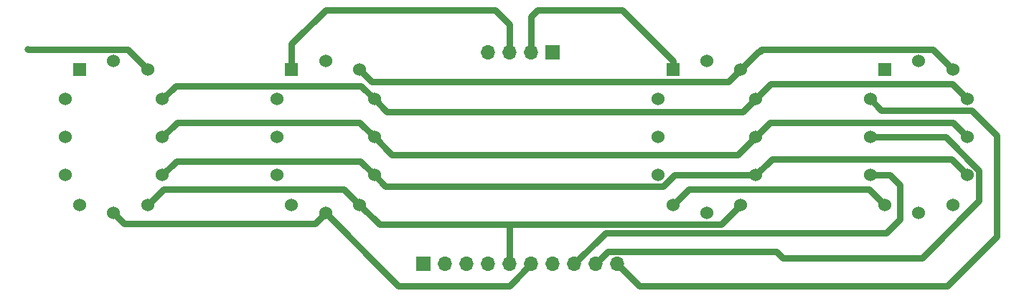
<source format=gbl>
G04 #@! TF.GenerationSoftware,KiCad,Pcbnew,(6.0.9)*
G04 #@! TF.CreationDate,2022-12-15T14:30:08+09:00*
G04 #@! TF.ProjectId,nixieupperside,6e697869-6575-4707-9065-72736964652e,rev?*
G04 #@! TF.SameCoordinates,Original*
G04 #@! TF.FileFunction,Copper,L2,Bot*
G04 #@! TF.FilePolarity,Positive*
%FSLAX46Y46*%
G04 Gerber Fmt 4.6, Leading zero omitted, Abs format (unit mm)*
G04 Created by KiCad (PCBNEW (6.0.9)) date 2022-12-15 14:30:08*
%MOMM*%
%LPD*%
G01*
G04 APERTURE LIST*
G04 #@! TA.AperFunction,ComponentPad*
%ADD10R,1.524000X1.524000*%
G04 #@! TD*
G04 #@! TA.AperFunction,ComponentPad*
%ADD11C,1.524000*%
G04 #@! TD*
G04 #@! TA.AperFunction,ComponentPad*
%ADD12R,1.700000X1.700000*%
G04 #@! TD*
G04 #@! TA.AperFunction,ComponentPad*
%ADD13O,1.700000X1.700000*%
G04 #@! TD*
G04 #@! TA.AperFunction,ViaPad*
%ADD14C,0.800000*%
G04 #@! TD*
G04 #@! TA.AperFunction,Conductor*
%ADD15C,0.762000*%
G04 #@! TD*
G04 APERTURE END LIST*
D10*
X86000000Y-27000000D03*
X86000000Y-27000000D03*
X86000000Y-27000000D03*
X86000000Y-27000000D03*
X86000000Y-27000000D03*
X86000000Y-27000000D03*
X86000000Y-27000000D03*
X86000000Y-27000000D03*
D11*
X84250000Y-30500000D03*
X84250000Y-30500000D03*
X84250000Y-30500000D03*
X84250000Y-30500000D03*
X84250000Y-35000000D03*
X84250000Y-35000000D03*
X84250000Y-35000000D03*
X84250000Y-35000000D03*
X84250000Y-39500000D03*
X84250000Y-39500000D03*
X84250000Y-39500000D03*
X84250000Y-39500000D03*
X86000000Y-43000000D03*
X86000000Y-43000000D03*
X86000000Y-43000000D03*
X86000000Y-43000000D03*
X90000000Y-44000000D03*
X90000000Y-44000000D03*
X90000000Y-44000000D03*
X90000000Y-44000000D03*
X94000000Y-43000000D03*
X94000000Y-43000000D03*
X94000000Y-43000000D03*
X94000000Y-43000000D03*
X95750000Y-39500000D03*
X95750000Y-39500000D03*
X95750000Y-39500000D03*
X95750000Y-39500000D03*
X95750000Y-35000000D03*
X95750000Y-35000000D03*
X95750000Y-35000000D03*
X95750000Y-35000000D03*
X95750000Y-30500000D03*
X95750000Y-30500000D03*
X95750000Y-30500000D03*
X95750000Y-30500000D03*
X94000000Y-27000000D03*
X94000000Y-27000000D03*
X94000000Y-27000000D03*
X94000000Y-27000000D03*
X90000000Y-26000000D03*
X90000000Y-26000000D03*
X90000000Y-26000000D03*
X90000000Y-26000000D03*
D10*
X156000000Y-27000000D03*
X156000000Y-27000000D03*
X156000000Y-27000000D03*
X156000000Y-27000000D03*
X156000000Y-27000000D03*
X156000000Y-27000000D03*
X156000000Y-27000000D03*
X156000000Y-27000000D03*
D11*
X154250000Y-30500000D03*
X154250000Y-30500000D03*
X154250000Y-30500000D03*
X154250000Y-30500000D03*
X154250000Y-35000000D03*
X154250000Y-35000000D03*
X154250000Y-35000000D03*
X154250000Y-35000000D03*
X154250000Y-39500000D03*
X154250000Y-39500000D03*
X154250000Y-39500000D03*
X154250000Y-39500000D03*
X156000000Y-43000000D03*
X156000000Y-43000000D03*
X156000000Y-43000000D03*
X156000000Y-43000000D03*
X160000000Y-44000000D03*
X160000000Y-44000000D03*
X160000000Y-44000000D03*
X160000000Y-44000000D03*
X164000000Y-43000000D03*
X164000000Y-43000000D03*
X164000000Y-43000000D03*
X164000000Y-43000000D03*
X165750000Y-39500000D03*
X165750000Y-39500000D03*
X165750000Y-39500000D03*
X165750000Y-39500000D03*
X165750000Y-35000000D03*
X165750000Y-35000000D03*
X165750000Y-35000000D03*
X165750000Y-35000000D03*
X165750000Y-30500000D03*
X165750000Y-30500000D03*
X165750000Y-30500000D03*
X165750000Y-30500000D03*
X164000000Y-27000000D03*
X164000000Y-27000000D03*
X164000000Y-27000000D03*
X164000000Y-27000000D03*
X160000000Y-26000000D03*
X160000000Y-26000000D03*
X160000000Y-26000000D03*
X160000000Y-26000000D03*
D10*
X61000000Y-27000000D03*
X61000000Y-27000000D03*
X61000000Y-27000000D03*
X61000000Y-27000000D03*
X61000000Y-27000000D03*
X61000000Y-27000000D03*
X61000000Y-27000000D03*
X61000000Y-27000000D03*
D11*
X59250000Y-30500000D03*
X59250000Y-30500000D03*
X59250000Y-30500000D03*
X59250000Y-30500000D03*
X59250000Y-35000000D03*
X59250000Y-35000000D03*
X59250000Y-35000000D03*
X59250000Y-35000000D03*
X59250000Y-39500000D03*
X59250000Y-39500000D03*
X59250000Y-39500000D03*
X59250000Y-39500000D03*
X61000000Y-43000000D03*
X61000000Y-43000000D03*
X61000000Y-43000000D03*
X61000000Y-43000000D03*
X65000000Y-44000000D03*
X65000000Y-44000000D03*
X65000000Y-44000000D03*
X65000000Y-44000000D03*
X69000000Y-43000000D03*
X69000000Y-43000000D03*
X69000000Y-43000000D03*
X69000000Y-43000000D03*
X70750000Y-39500000D03*
X70750000Y-39500000D03*
X70750000Y-39500000D03*
X70750000Y-39500000D03*
X70750000Y-35000000D03*
X70750000Y-35000000D03*
X70750000Y-35000000D03*
X70750000Y-35000000D03*
X70750000Y-30500000D03*
X70750000Y-30500000D03*
X70750000Y-30500000D03*
X70750000Y-30500000D03*
X69000000Y-27000000D03*
X69000000Y-27000000D03*
X69000000Y-27000000D03*
X69000000Y-27000000D03*
X65000000Y-26000000D03*
X65000000Y-26000000D03*
X65000000Y-26000000D03*
X65000000Y-26000000D03*
D12*
X116800000Y-25000000D03*
D13*
X114260000Y-25000000D03*
X111720000Y-25000000D03*
X109180000Y-25000000D03*
D12*
X101575000Y-50000000D03*
D13*
X104115000Y-50000000D03*
X106655000Y-50000000D03*
X109195000Y-50000000D03*
X111735000Y-50000000D03*
X114275000Y-50000000D03*
X116815000Y-50000000D03*
X119355000Y-50000000D03*
X121895000Y-50000000D03*
X124435000Y-50000000D03*
D10*
X131000000Y-27000000D03*
X131000000Y-27000000D03*
X131000000Y-27000000D03*
X131000000Y-27000000D03*
X131000000Y-27000000D03*
X131000000Y-27000000D03*
X131000000Y-27000000D03*
X131000000Y-27000000D03*
D11*
X129250000Y-30500000D03*
X129250000Y-30500000D03*
X129250000Y-30500000D03*
X129250000Y-30500000D03*
X129250000Y-35000000D03*
X129250000Y-35000000D03*
X129250000Y-35000000D03*
X129250000Y-35000000D03*
X129250000Y-39500000D03*
X129250000Y-39500000D03*
X129250000Y-39500000D03*
X129250000Y-39500000D03*
X131000000Y-43000000D03*
X131000000Y-43000000D03*
X131000000Y-43000000D03*
X131000000Y-43000000D03*
X135000000Y-44000000D03*
X135000000Y-44000000D03*
X135000000Y-44000000D03*
X135000000Y-44000000D03*
X139000000Y-43000000D03*
X139000000Y-43000000D03*
X139000000Y-43000000D03*
X139000000Y-43000000D03*
X140750000Y-39500000D03*
X140750000Y-39500000D03*
X140750000Y-39500000D03*
X140750000Y-39500000D03*
X140750000Y-35000000D03*
X140750000Y-35000000D03*
X140750000Y-35000000D03*
X140750000Y-35000000D03*
X140750000Y-30500000D03*
X140750000Y-30500000D03*
X140750000Y-30500000D03*
X140750000Y-30500000D03*
X139000000Y-27000000D03*
X139000000Y-27000000D03*
X139000000Y-27000000D03*
X139000000Y-27000000D03*
X135000000Y-26000000D03*
X135000000Y-26000000D03*
X135000000Y-26000000D03*
X135000000Y-26000000D03*
D14*
X54864000Y-24638000D03*
D15*
X131000000Y-26000000D02*
X131000000Y-27000000D01*
X125000000Y-20000000D02*
X131000000Y-26000000D01*
X114260000Y-20740000D02*
X115000000Y-20000000D01*
X115000000Y-20000000D02*
X125000000Y-20000000D01*
X114260000Y-25000000D02*
X114260000Y-20740000D01*
X90000000Y-20000000D02*
X110000000Y-20000000D01*
X86000000Y-24000000D02*
X90000000Y-20000000D01*
X110000000Y-20000000D02*
X111720000Y-21720000D01*
X111720000Y-21720000D02*
X111720000Y-25000000D01*
X86000000Y-27000000D02*
X86000000Y-24000000D01*
X141459000Y-24657000D02*
X161657000Y-24657000D01*
X141224000Y-24892000D02*
X141459000Y-24657000D01*
X161657000Y-24657000D02*
X164000000Y-27000000D01*
X66638000Y-24638000D02*
X54864000Y-24638000D01*
X141108000Y-24892000D02*
X141224000Y-24892000D01*
X95448000Y-28448000D02*
X137552000Y-28448000D01*
X139000000Y-27000000D02*
X141108000Y-24892000D01*
X137552000Y-28448000D02*
X139000000Y-27000000D01*
X94000000Y-27000000D02*
X95448000Y-28448000D01*
X69000000Y-27000000D02*
X66638000Y-24638000D01*
X94206000Y-28956000D02*
X95750000Y-30500000D01*
X97254000Y-32004000D02*
X95750000Y-30500000D01*
X72294000Y-28956000D02*
X70750000Y-30500000D01*
X94206000Y-28956000D02*
X72294000Y-28956000D01*
X139246000Y-32004000D02*
X97254000Y-32004000D01*
X140750000Y-30500000D02*
X139246000Y-32004000D01*
X142548000Y-28702000D02*
X163952000Y-28702000D01*
X140750000Y-30500000D02*
X142548000Y-28702000D01*
X163952000Y-28702000D02*
X165750000Y-30500000D01*
X164024000Y-33274000D02*
X165750000Y-35000000D01*
X70750000Y-35000000D02*
X72476000Y-33274000D01*
X142476000Y-33274000D02*
X164024000Y-33274000D01*
X138666000Y-37084000D02*
X140750000Y-35000000D01*
X72476000Y-33274000D02*
X94024000Y-33274000D01*
X94024000Y-33274000D02*
X95750000Y-35000000D01*
X140750000Y-35000000D02*
X142476000Y-33274000D01*
X138666000Y-37084000D02*
X97834000Y-37084000D01*
X97834000Y-37084000D02*
X95750000Y-35000000D01*
X140750000Y-39500000D02*
X131149289Y-39500000D01*
X142658000Y-37592000D02*
X163842000Y-37592000D01*
X94096000Y-37846000D02*
X95750000Y-39500000D01*
X129806289Y-40843000D02*
X97093000Y-40843000D01*
X140750000Y-39500000D02*
X142658000Y-37592000D01*
X70750000Y-39500000D02*
X72390000Y-37860000D01*
X131149289Y-39500000D02*
X129806289Y-40843000D01*
X72390000Y-37846000D02*
X94096000Y-37846000D01*
X163842000Y-37592000D02*
X165750000Y-39500000D01*
X72390000Y-37860000D02*
X72390000Y-37846000D01*
X97093000Y-40843000D02*
X95750000Y-39500000D01*
X92148000Y-41148000D02*
X94000000Y-43000000D01*
X139000000Y-43000000D02*
X136657000Y-45343000D01*
X111735000Y-50000000D02*
X111735000Y-45441000D01*
X111637000Y-45343000D02*
X96343000Y-45343000D01*
X96343000Y-45343000D02*
X94000000Y-43000000D01*
X136657000Y-45343000D02*
X111637000Y-45343000D01*
X70852000Y-41148000D02*
X92148000Y-41148000D01*
X69000000Y-43000000D02*
X70852000Y-41148000D01*
X111735000Y-45441000D02*
X111637000Y-45343000D01*
X98552000Y-52578000D02*
X111697000Y-52578000D01*
X97431000Y-51457000D02*
X98552000Y-52578000D01*
X97431000Y-51431000D02*
X97431000Y-51457000D01*
X111697000Y-52578000D02*
X114275000Y-50000000D01*
X66212000Y-45212000D02*
X65000000Y-44000000D01*
X88788000Y-45212000D02*
X66212000Y-45212000D01*
X90000000Y-44000000D02*
X97431000Y-51431000D01*
X90000000Y-44000000D02*
X88788000Y-45212000D01*
X131000000Y-43000000D02*
X132852000Y-41148000D01*
X132852000Y-41148000D02*
X154148000Y-41148000D01*
X154148000Y-41148000D02*
X156000000Y-43000000D01*
X156133000Y-46305000D02*
X157734000Y-44704000D01*
X156594000Y-39500000D02*
X154250000Y-39500000D01*
X119355000Y-50000000D02*
X123050000Y-46305000D01*
X157734000Y-44704000D02*
X157734000Y-40640000D01*
X123050000Y-46305000D02*
X156133000Y-46305000D01*
X157734000Y-40640000D02*
X156594000Y-39500000D01*
X121895000Y-50000000D02*
X123326000Y-48569000D01*
X143208526Y-48569000D02*
X143915526Y-49276000D01*
X167093000Y-42547473D02*
X167093000Y-38943711D01*
X123326000Y-48569000D02*
X143208526Y-48569000D01*
X143915526Y-49276000D02*
X160364473Y-49276000D01*
X167093000Y-38943711D02*
X163149289Y-35000000D01*
X160364473Y-49276000D02*
X167093000Y-42547473D01*
X163149289Y-35000000D02*
X154250000Y-35000000D01*
X169164000Y-46736000D02*
X169164000Y-34798000D01*
X166209000Y-31843000D02*
X155593000Y-31843000D01*
X127013000Y-52578000D02*
X163322000Y-52578000D01*
X124435000Y-50000000D02*
X127013000Y-52578000D01*
X155593000Y-31843000D02*
X154250000Y-30500000D01*
X169164000Y-34798000D02*
X166209000Y-31843000D01*
X163322000Y-52578000D02*
X169164000Y-46736000D01*
M02*

</source>
